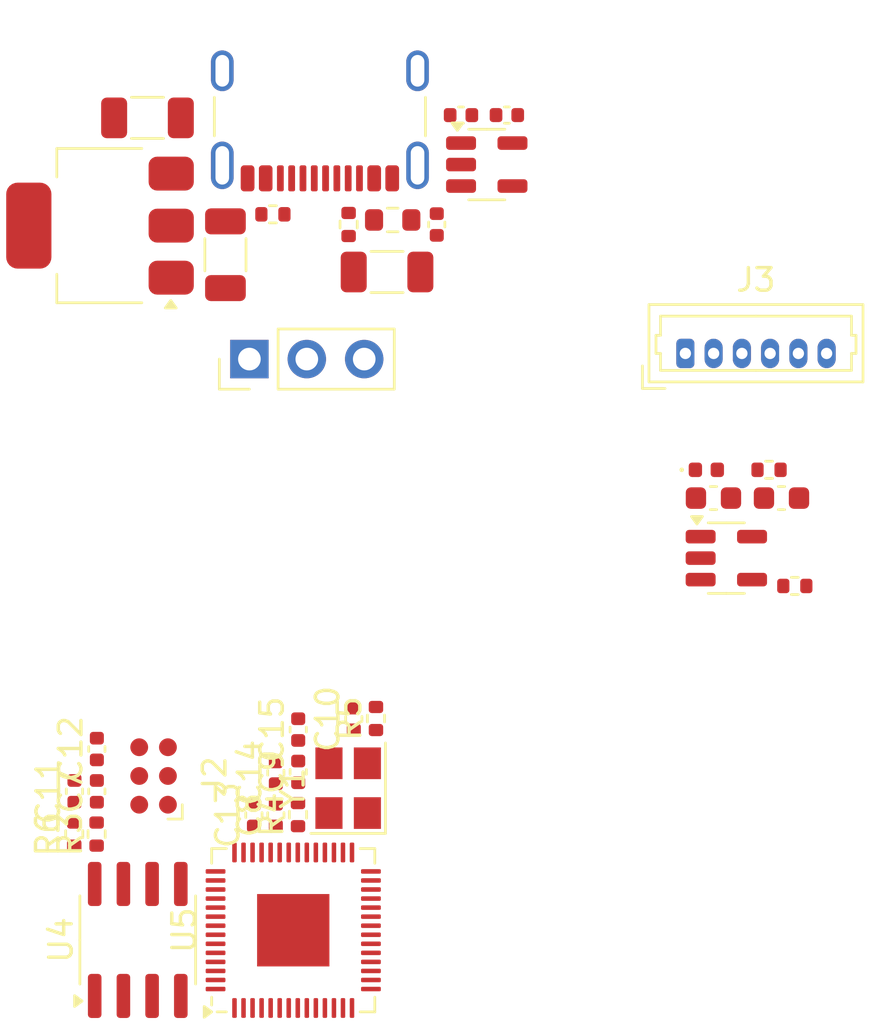
<source format=kicad_pcb>
(kicad_pcb (version 20241229) (generator "pcbnew") (generator_version "9.0")
  (layers (0 "F.Cu" signal) (2 "B.Cu" signal) (13 "F.Paste" user) (15 "B.Paste" user) (5 "F.SilkS" user "F.Silkscreen") (7 "B.SilkS" user "B.Silkscreen") (1 "F.Mask" user) (3 "B.Mask" user) (25 "Edge.Cuts" user))
  (net 0 "")
  (net 1 "probe.NC_20")
  (net 2 "probe.QSPI_SD3")
  (net 3 "probe.QSPI_SS_2")
  (net 4 "probe.usb_dm_mcu")
  (net 5 "probe.QSPI_SD3_3")
  (net 6 "probe.NC_31")
  (net 7 "probe.NC_17")
  (net 8 "charger.LED_A")
  (net 9 "probe.NC")
  (net 10 "probe.NC_27")
  (net 11 "probe.NC_2")
  (net 12 "probe.VREG_VOUT")
  (net 13 "probe.XOUT")
  (net 14 "probe.NC_12")
  (net 15 "probe.QSPI_SD2")
  (net 16 "usb.CC2")
  (net 17 "charger.CHG_STAT")
  (net 18 "probe.NC_11")
  (net 19 "probe.QSPI_SD2_3")
  (net 20 "probe.QSPI_SD2_2")
  (net 21 "probe.QSPI_SD0")
  (net 22 "probe.NC_23")
  (net 23 "probe.NC_7")
  (net 24 "probe.NC_26")
  (net 25 "probe.NC_29")
  (net 26 "probe.NC_8")
  (net 27 "probe.NC_28")
  (net 28 "probe.NC_10")
  (net 29 "probe.NC_18")
  (net 30 "probe.NC_15")
  (net 31 "probe.XIN")
  (net 32 "probe.NC_6")
  (net 33 "probe.NC_14")
  (net 34 "probe.NC_16")
  (net 35 "probe.NC_25")
  (net 36 "usb.CC1")
  (net 37 "probe.NC_4")
  (net 38 "probe.ADC_AVDD")
  (net 39 "probe.NC_5")
  (net 40 "probe.QSPI_SCLK_2")
  (net 41 "probe.QSPI_SD0_2")
  (net 42 "probe.QSPI_SD1")
  (net 43 "probe.NC_3")
  (net 44 "probe.usb_dp_mcu")
  (net 45 "probe.QSPI_SCLK")
  (net 46 "probe.NC_9")
  (net 47 "usb.VBUS_RAW")
  (net 48 "probe.NC_30")
  (net 49 "probe.QSPI_SD1_2")
  (net 50 "probe.NC_22")
  (net 51 "probe.NC_24")
  (net 52 "probe.NC_21")
  (net 53 "probe.QSPI_SS")
  (net 54 "probe.QSPI_SD3_2")
  (net 55 "usb.NC")
  (net 56 "usb.NC_2")
  (net 57 "probe.NC_13")
  (net 58 "probe.NC_19")
  (net 59 "charger.ISET")
  (net 60 "ldo1v8.NC")
  (net 61 "vbatt")
  (net 62 "vbus_5v")
  (net 63 "probe_swclk")
  (net 64 "usb_dm")
  (net 65 "vdd_1v8")
  (net 66 "vdd_3v3")
  (net 67 "wlc_txn")
  (net 68 "probe_swdio")
  (net 69 "usb_dp")
  (net 70 "wlc_vrect")
  (net 71 "probe_nreset")
  (net 72 "wlc_comm")
  (net 73 "wlc_txp")
  (net 74 "gnd")
  (footprint "QFN-56-1EP_7x7mm_P0.4mm_EP3.2x3.2mm:QFN-56-1EP_7x7mm_P0.4mm_EP3.2x3.2mm" (layer "F.Cu") (at 147.5 119.55 90)
    (property "Reference" "U5" (at 0 -4.83 90) (layer "F.SilkS"))
    (property "Value" "RP2040" (hide yes))
    (fp_line (start 3.61 -3.61) (end 3.61 -2.96) (stroke (width 0.12)) (layer "F.SilkS"))
    (fp_line (start 2.96 -3.61) (end 3.61 -3.61) (stroke (width 0.12)) (layer "F.SilkS"))
    (fp_line (start -2.96 -3.61) (end -3.31 -3.61) (stroke (width 0.12)) (layer "F.SilkS"))
    (fp_line (start -3.61 -2.96) (end -3.61 -3.37) (stroke (width 0.12)) (layer "F.SilkS"))
    (fp_line (start 3.61 3.61) (end 3.61 2.96) (stroke (width 0.12)) (layer "F.SilkS"))
    (fp_line (start 2.96 3.61) (end 3.61 3.61) (stroke (width 0.12)) (layer "F.SilkS"))
    (fp_line (start -2.96 3.61) (end -3.61 3.61) (stroke (width 0.12)) (layer "F.SilkS"))
    (fp_line (start -3.61 3.61) (end -3.61 2.96) (stroke (width 0.12)) (layer "F.SilkS"))
    (fp_poly (pts (xy -3.61 -3.61) (xy -3.85 -3.94) (xy -3.37 -3.94) (xy -3.61 -3.61)) (stroke (width 0.12)) (fill yes) (layer "F.SilkS"))
    (pad "1" smd roundrect (at -3.4375 -2.6 90) (size 0.875 0.2) (layers "F.Cu" "F.Mask" "F.Paste") (net 65 "vdd_1v8"))
    (pad "2" smd roundrect (at -3.4375 -2.2 90) (size 0.875 0.2) (layers "F.Cu" "F.Mask" "F.Paste") (net 43 "probe.NC_3"))
    (pad "3" smd roundrect (at -3.4375 -1.8 90) (size 0.875 0.2) (layers "F.Cu" "F.Mask" "F.Paste") (net 37 "probe.NC_4"))
    (pad "4" smd roundrect (at -3.4375 -1.4 90) (size 0.875 0.2) (layers "F.Cu" "F.Mask" "F.Paste") (net 68 "probe_swdio"))
    (pad "5" smd roundrect (at -3.4375 -1 90) (size 0.875 0.2) (layers "F.Cu" "F.Mask" "F.Paste") (net 63 "probe_swclk"))
    (pad "6" smd roundrect (at -3.4375 -0.6 90) (size 0.875 0.2) (layers "F.Cu" "F.Mask" "F.Paste") (net 39 "probe.NC_5"))
    (pad "7" smd roundrect (at -3.4375 -0.2 90) (size 0.875 0.2) (layers "F.Cu" "F.Mask" "F.Paste") (net 32 "probe.NC_6"))
    (pad "8" smd roundrect (at -3.4375 0.2 90) (size 0.875 0.2) (layers "F.Cu" "F.Mask" "F.Paste") (net 23 "probe.NC_7"))
    (pad "9" smd roundrect (at -3.4375 0.6 90) (size 0.875 0.2) (layers "F.Cu" "F.Mask" "F.Paste") (net 26 "probe.NC_8"))
    (pad "10" smd roundrect (at -3.4375 1 90) (size 0.875 0.2) (layers "F.Cu" "F.Mask" "F.Paste") (net 65 "vdd_1v8"))
    (pad "11" smd roundrect (at -3.4375 1.4 90) (size 0.875 0.2) (layers "F.Cu" "F.Mask" "F.Paste") (net 46 "probe.NC_9"))
    (pad "12" smd roundrect (at -3.4375 1.8 90) (size 0.875 0.2) (layers "F.Cu" "F.Mask" "F.Paste") (net 28 "probe.NC_10"))
    (pad "13" smd roundrect (at -3.4375 2.2 90) (size 0.875 0.2) (layers "F.Cu" "F.Mask" "F.Paste") (net 18 "probe.NC_11"))
    (pad "14" smd roundrect (at -3.4375 2.6 90) (size 0.875 0.2) (layers "F.Cu" "F.Mask" "F.Paste") (net 14 "probe.NC_12"))
    (pad "15" smd roundrect (at -2.6 3.4375 90) (size 0.2 0.875) (layers "F.Cu" "F.Mask" "F.Paste") (net 57 "probe.NC_13"))
    (pad "16" smd roundrect (at -2.2 3.4375 90) (size 0.2 0.875) (layers "F.Cu" "F.Mask" "F.Paste") (net 33 "probe.NC_14"))
    (pad "17" smd roundrect (at -1.8 3.4375 90) (size 0.2 0.875) (layers "F.Cu" "F.Mask" "F.Paste") (net 30 "probe.NC_15"))
    (pad "18" smd roundrect (at -1.4 3.4375 90) (size 0.2 0.875) (layers "F.Cu" "F.Mask" "F.Paste") (net 34 "probe.NC_16"))
    (pad "19" smd roundrect (at -1 3.4375 90) (size 0.2 0.875) (layers "F.Cu" "F.Mask" "F.Paste") (net 74 "gnd"))
    (pad "20" smd roundrect (at -0.6 3.4375 90) (size 0.2 0.875) (layers "F.Cu" "F.Mask" "F.Paste") (net 31 "probe.XIN"))
    (pad "21" smd roundrect (at -0.2 3.4375 90) (size 0.2 0.875) (layers "F.Cu" "F.Mask" "F.Paste") (net 13 "probe.XOUT"))
    (pad "22" smd roundrect (at 0.2 3.4375 90) (size 0.2 0.875) (layers "F.Cu" "F.Mask" "F.Paste") (net 65 "vdd_1v8"))
    (pad "23" smd roundrect (at 0.6 3.4375 90) (size 0.2 0.875) (layers "F.Cu" "F.Mask" "F.Paste") (net 12 "probe.VREG_VOUT"))
    (pad "24" smd roundrect (at 1 3.4375 90) (size 0.2 0.875) (layers "F.Cu" "F.Mask" "F.Paste") (net 9 "probe.NC"))
    (pad "25" smd roundrect (at 1.4 3.4375 90) (size 0.2 0.875) (layers "F.Cu" "F.Mask" "F.Paste") (net 11 "probe.NC_2"))
    (pad "26" smd roundrect (at 1.8 3.4375 90) (size 0.2 0.875) (layers "F.Cu" "F.Mask" "F.Paste") (net 71 "probe_nreset"))
    (pad "27" smd roundrect (at 2.2 3.4375 90) (size 0.2 0.875) (layers "F.Cu" "F.Mask" "F.Paste") (net 7 "probe.NC_17"))
    (pad "28" smd roundrect (at 2.6 3.4375 90) (size 0.2 0.875) (layers "F.Cu" "F.Mask" "F.Paste") (net 29 "probe.NC_18"))
    (pad "29" smd roundrect (at 3.4375 2.6 90) (size 0.875 0.2) (layers "F.Cu" "F.Mask" "F.Paste") (net 58 "probe.NC_19"))
    (pad "30" smd roundrect (at 3.4375 2.2 90) (size 0.875 0.2) (layers "F.Cu" "F.Mask" "F.Paste") (net 1 "probe.NC_20"))
    (pad "31" smd roundrect (at 3.4375 1.8 90) (size 0.875 0.2) (layers "F.Cu" "F.Mask" "F.Paste") (net 52 "probe.NC_21"))
    (pad "32" smd roundrect (at 3.4375 1.4 90) (size 0.875 0.2) (layers "F.Cu" "F.Mask" "F.Paste") (net 50 "probe.NC_22"))
    (pad "33" smd roundrect (at 3.4375 1 90) (size 0.875 0.2) (layers "F.Cu" "F.Mask" "F.Paste") (net 65 "vdd_1v8"))
    (pad "34" smd roundrect (at 3.4375 0.6 90) (size 0.875 0.2) (layers "F.Cu" "F.Mask" "F.Paste") (net 22 "probe.NC_23"))
    (pad "35" smd roundrect (at 3.4375 0.2 90) (size 0.875 0.2) (layers "F.Cu" "F.Mask" "F.Paste") (net 51 "probe.NC_24"))
    (pad "36" smd roundrect (at 3.4375 -0.2 90) (size 0.875 0.2) (layers "F.Cu" "F.Mask" "F.Paste") (net 35 "probe.NC_25"))
    (pad "37" smd roundrect (at 3.4375 -0.6 90) (size 0.875 0.2) (layers "F.Cu" "F.Mask" "F.Paste") (net 24 "probe.NC_26"))
    (pad "38" smd roundrect (at 3.4375 -1 90) (size 0.875 0.2) (layers "F.Cu" "F.Mask" "F.Paste") (net 10 "probe.NC_27"))
    (pad "39" smd roundrect (at 3.4375 -1.4 90) (size 0.875 0.2) (layers "F.Cu" "F.Mask" "F.Paste") (net 27 "probe.NC_28"))
    (pad "40" smd roundrect (at 3.4375 -1.8 90) (size 0.875 0.2) (layers "F.Cu" "F.Mask" "F.Paste") (net 25 "probe.NC_29"))
    (pad "41" smd roundrect (at 3.4375 -2.2 90) (size 0.875 0.2) (layers "F.Cu" "F.Mask" "F.Paste") (net 48 "probe.NC_30"))
    (pad "42" smd roundrect (at 3.4375 -2.6 90) (size 0.875 0.2) (layers "F.Cu" "F.Mask" "F.Paste") (net 65 "vdd_1v8"))
    (pad "43" smd roundrect (at 2.6 -3.4375 90) (size 0.2 0.875) (layers "F.Cu" "F.Mask" "F.Paste") (net 38 "probe.ADC_AVDD"))
    (pad "44" smd roundrect (at 2.2 -3.4375 90) (size 0.2 0.875) (layers "F.Cu" "F.Mask" "F.Paste") (net 65 "vdd_1v8"))
    (pad "45" smd roundrect (at 1.8 -3.4375 90) (size 0.2 0.875) (layers "F.Cu" "F.Mask" "F.Paste") (net 12 "probe.VREG_VOUT"))
    (pad "46" smd roundrect (at 1.4 -3.4375 90) (size 0.2 0.875) (layers "F.Cu" "F.Mask" "F.Paste") (net 4 "probe.usb_dm_mcu"))
    (pad "47" smd roundrect (at 1 -3.4375 90) (size 0.2 0.875) (layers "F.Cu" "F.Mask" "F.Paste") (net 44 "probe.usb_dp_mcu"))
    (pad "48" smd roundrect (at 0.6 -3.4375 90) (size 0.2 0.875) (layers "F.Cu" "F.Mask" "F.Paste") (net 66 "vdd_3v3"))
    (pad "49" smd roundrect (at 0.2 -3.4375 90) (size 0.2 0.875) (layers "F.Cu" "F.Mask" "F.Paste") (net 65 "vdd_1v8"))
    (pad "50" smd roundrect (at -0.2 -3.4375 90) (size 0.2 0.875) (layers "F.Cu" "F.Mask" "F.Paste") (net 12 "probe.VREG_VOUT"))
    (pad "51" smd roundrect (at -0.6 -3.4375 90) (size 0.2 0.875) (layers "F.Cu" "F.Mask" "F.Paste") (net 2 "probe.QSPI_SD3"))
    (pad "52" smd roundrect (at -1 -3.4375 90) (size 0.2 0.875) (layers "F.Cu" "F.Mask" "F.Paste") (net 45 "probe.QSPI_SCLK"))
    (pad "53" smd roundrect (at -1.4 -3.4375 90) (size 0.2 0.875) (layers "F.Cu" "F.Mask" "F.Paste") (net 21 "probe.QSPI_SD0"))
    (pad "54" smd roundrect (at -1.8 -3.4375 90) (size 0.2 0.875) (layers "F.Cu" "F.Mask" "F.Paste") (net 15 "probe.QSPI_SD2"))
    (pad "55" smd roundrect (at -2.2 -3.4375 90) (size 0.2 0.875) (layers "F.Cu" "F.Mask" "F.Paste") (net 42 "probe.QSPI_SD1"))
    (pad "56" smd roundrect (at -2.6 -3.4375 90) (size 0.2 0.875) (layers "F.Cu" "F.Mask" "F.Paste") (net 53 "probe.QSPI_SS"))
    (pad "57" smd rect (at 0 0 90) (size 3.2 3.2) (property pad_prop_heatsink) (layers "F.Cu" "F.Mask") (net 74 "gnd"))
  )
  (footprint "C_0402_1005Metric:C_0402_1005Metric" (layer "F.Cu") (at 156.9525 83.5125 180)
    (property "Reference" "C4" (hide yes))
    (property "Value" "1uF 6.3V" (hide yes))
    (fp_line (start -0.107836 0.36) (end 0.107836 0.36) (stroke (width 0.12)) (layer "F.SilkS"))
    (fp_line (start -0.107836 -0.36) (end 0.107836 -0.36) (stroke (width 0.12)) (layer "F.SilkS"))
    (pad "1" smd roundrect (at -0.48 0 180) (size 0.56 0.62) (layers "F.Cu" "F.Mask" "F.Paste") (net 65 "vdd_1v8"))
    (pad "2" smd roundrect (at 0.48 0 180) (size 0.56 0.62) (layers "F.Cu" "F.Mask" "F.Paste") (net 74 "gnd"))
  )
  (footprint "R_0402_1005Metric:R_0402_1005Metric" (layer "F.Cu") (at 146.6 87.9 180)
    (property "Reference" "R8" (hide yes))
    (property "Value" "5.1k 1%" (hide yes))
    (fp_line (start -0.153641 0.38) (end 0.153641 0.38) (stroke (width 0.12)) (layer "F.SilkS"))
    (fp_line (start -0.153641 -0.38) (end 0.153641 -0.38) (stroke (width 0.12)) (layer "F.SilkS"))
    (pad "1" smd roundrect (at -0.51 0 180) (size 0.54 0.64) (layers "F.Cu" "F.Mask" "F.Paste") (net 16 "usb.CC2"))
    (pad "2" smd roundrect (at 0.51 0 180) (size 0.54 0.64) (layers "F.Cu" "F.Mask" "F.Paste") (net 74 "gnd"))
  )
  (footprint "C_0402_1005Metric:C_0402_1005Metric" (layer "F.Cu") (at 146.73 114.46 90)
    (property "Reference" "C8" (at 0 -1.16 90) (layer "F.SilkS"))
    (property "Value" "1uF 10V" (hide yes))
    (fp_line (start -0.107836 -0.36) (end 0.107836 -0.36) (stroke (width 0.12)) (layer "F.SilkS"))
    (fp_line (start -0.107836 0.36) (end 0.107836 0.36) (stroke (width 0.12)) (layer "F.SilkS"))
    (pad "1" smd roundrect (at -0.48 0 90) (size 0.56 0.62) (layers "F.Cu" "F.Mask" "F.Paste") (net 38 "probe.ADC_AVDD"))
    (pad "2" smd roundrect (at 0.48 0 90) (size 0.56 0.62) (layers "F.Cu" "F.Mask" "F.Paste") (net 74 "gnd"))
  )
  (footprint "C_0402_1005Metric:C_0402_1005Metric" (layer "F.Cu") (at 145.76 114.46 90)
    (property "Reference" "C13" (at 0 -1.16 90) (layer "F.SilkS"))
    (property "Value" "1uF 10V" (hide yes))
    (fp_line (start -0.107836 -0.36) (end 0.107836 -0.36) (stroke (width 0.12)) (layer "F.SilkS"))
    (fp_line (start -0.107836 0.36) (end 0.107836 0.36) (stroke (width 0.12)) (layer "F.SilkS"))
    (pad "1" smd roundrect (at -0.48 0 90) (size 0.56 0.62) (layers "F.Cu" "F.Mask" "F.Paste") (net 12 "probe.VREG_VOUT"))
    (pad "2" smd roundrect (at 0.48 0 90) (size 0.56 0.62) (layers "F.Cu" "F.Mask" "F.Paste") (net 74 "gnd"))
  )
  (footprint "LED_0402_1005Metric:LED_0402_1005Metric" (layer "F.Cu") (at 165.7775 99.195)
    (property "Reference" "D1" (hide yes))
    (property "Value" "LED RED" (hide yes))
    (fp_circle (center -1.09 0) (end -1.04 0) (stroke (width 0.1)) (fill no) (layer "F.SilkS"))
    (pad "1" smd roundrect (at -0.485 0) (size 0.59 0.64) (layers "F.Cu" "F.Mask" "F.Paste") (net 74 "gnd"))
    (pad "2" smd roundrect (at 0.485 0) (size 0.59 0.64) (layers "F.Cu" "F.Mask" "F.Paste") (net 8 "charger.LED_A"))
  )
  (footprint "USB_C_Receptacle_GCT_USB4105-xx-A_16P_TopMnt_Horizontal:USB_C_Receptacle_GCT_USB4105-xx-A_16P_TopMnt_Horizontal" (layer "F.Cu") (at 148.68 82.63 180)
    (property "Reference" "U6" (hide yes))
    (property "Value" "?" (hide yes))
    (fp_line (start 4.67 -0.1) (end 4.67 -1.8) (stroke (width 0.12)) (layer "F.SilkS"))
    (fp_line (start -4.67 -0.1) (end -4.67 -1.8) (stroke (width 0.12)) (layer "F.SilkS"))
    (pad "" np_thru_hole circle (at -2.89 -2.605 180) (size 0.65 0.65) (drill 0.65) (layers "*.Cu" "*.Mask"))
    (pad "" np_thru_hole circle (at 2.89 -2.605 180) (size 0.65 0.65) (drill 0.65) (layers "*.Cu" "*.Mask"))
    (pad "A1" smd roundrect (at -3.2 -3.68 180) (size 0.6 1.15) (layers "F.Cu" "F.Mask" "F.Paste") (net 74 "gnd"))
    (pad "A4" smd roundrect (at -2.4 -3.68 180) (size 0.6 1.15) (layers "F.Cu" "F.Mask" "F.Paste") (net 47 "usb.VBUS_RAW"))
    (pad "A5" smd roundrect (at -1.25 -3.68 180) (size 0.3 1.15) (layers "F.Cu" "F.Mask" "F.Paste") (net 36 "usb.CC1"))
    (pad "A6" smd roundrect (at -0.25 -3.68 180) (size 0.3 1.15) (layers "F.Cu" "F.Mask" "F.Paste") (net 69 "usb_dp"))
    (pad "A7" smd roundrect (at 0.25 -3.68 180) (size 0.3 1.15) (layers "F.Cu" "F.Mask" "F.Paste") (net 64 "usb_dm"))
    (pad "A8" smd roundrect (at 1.25 -3.68 180) (size 0.3 1.15) (layers "F.Cu" "F.Mask" "F.Paste") (net 55 "usb.NC"))
    (pad "A9" smd roundrect (at 2.4 -3.68 180) (size 0.6 1.15) (layers "F.Cu" "F.Mask" "F.Paste") (net 47 "usb.VBUS_RAW"))
    (pad "A12" smd roundrect (at 3.2 -3.68 180) (size 0.6 1.15) (layers "F.Cu" "F.Mask" "F.Paste") (net 74 "gnd"))
    (pad "B1" smd roundrect (at 3.2 -3.68 180) (size 0.6 1.15) (layers "F.Cu" "F.Mask" "F.Paste") (net 74 "gnd"))
    (pad "B4" smd roundrect (at 2.4 -3.68 180) (size 0.6 1.15) (layers "F.Cu" "F.Mask" "F.Paste") (net 47 "usb.VBUS_RAW"))
    (pad "B5" smd roundrect (at 1.75 -3.68 180) (size 0.3 1.15) (layers "F.Cu" "F.Mask" "F.Paste") (net 16 "usb.CC2"))
    (pad "B6" smd roundrect (at 0.75 -3.68 180) (size 0.3 1.15) (layers "F.Cu" "F.Mask" "F.Paste") (net 69 "usb_dp"))
    (pad "B7" smd roundrect (at -0.75 -3.68 180) (size 0.3 1.15) (layers "F.Cu" "F.Mask" "F.Paste") (net 64 "usb_dm"))
    (pad "B8" smd roundrect (at -1.75 -3.68 180) (size 0.3 1.15) (layers "F.Cu" "F.Mask" "F.Paste") (net 56 "usb.NC_2"))
    (pad "B9" smd roundrect (at -2.4 -3.68 180) (size 0.6 1.15) (layers "F.Cu" "F.Mask" "F.Paste") (net 47 "usb.VBUS_RAW"))
    (pad "B12" smd roundrect (at -3.2 -3.68 180) (size 0.6 1.15) (layers "F.Cu" "F.Mask" "F.Paste") (net 74 "gnd"))
    (pad "S1" thru_hole oval (at -4.32 -3.105 180) (size 1 2.1) (drill oval 0.6 1.7) (property pad_prop_heatsink) (layers "*.Cu" "*.Mask" "F.Paste") (net 74 "gnd"))
    (pad "S1" thru_hole oval (at -4.32 1.075 180) (size 1 1.8) (drill oval 0.6 1.4) (property pad_prop_heatsink) (layers "*.Cu" "*.Mask" "F.Paste") (net 74 "gnd"))
    (pad "S1" thru_hole oval (at 4.32 -3.105 180) (size 1 2.1) (drill oval 0.6 1.7) (property pad_prop_heatsink) (layers "*.Cu" "*.Mask" "F.Paste") (net 74 "gnd"))
    (pad "S1" thru_hole oval (at 4.32 1.075 180) (size 1 1.8) (drill oval 0.6 1.4) (property pad_prop_heatsink) (layers "*.Cu" "*.Mask" "F.Paste") (net 74 "gnd"))
  )
  (footprint "R_0402_1005Metric:R_0402_1005Metric" (layer "F.Cu") (at 147.71 114.44 90)
    (property "Reference" "R4" (at 0 -1.17 90) (layer "F.SilkS"))
    (property "Value" "27" (hide yes))
    (fp_line (start -0.153641 -0.38) (end 0.153641 -0.38) (stroke (width 0.12)) (layer "F.SilkS"))
    (fp_line (start -0.153641 0.38) (end 0.153641 0.38) (stroke (width 0.12)) (layer "F.SilkS"))
    (pad "1" smd roundrect (at -0.51 0 90) (size 0.54 0.64) (layers "F.Cu" "F.Mask" "F.Paste") (net 4 "probe.usb_dm_mcu"))
    (pad "2" smd roundrect (at 0.51 0 90) (size 0.54 0.64) (layers "F.Cu" "F.Mask" "F.Paste") (net 64 "usb_dm"))
  )
  (footprint "R_0402_1005Metric:R_0402_1005Metric" (layer "F.Cu") (at 149.95 88.35 -90)
    (property "Reference" "R7" (hide yes))
    (property "Value" "5.1k 1%" (hide yes))
    (fp_line (start -0.153641 0.38) (end 0.153641 0.38) (stroke (width 0.12)) (layer "F.SilkS"))
    (fp_line (start -0.153641 -0.38) (end 0.153641 -0.38) (stroke (width 0.12)) (layer "F.SilkS"))
    (pad "1" smd roundrect (at -0.51 0 270) (size 0.54 0.64) (layers "F.Cu" "F.Mask" "F.Paste") (net 36 "usb.CC1"))
    (pad "2" smd roundrect (at 0.51 0 270) (size 0.54 0.64) (layers "F.Cu" "F.Mask" "F.Paste") (net 74 "gnd"))
  )
  (footprint "SOT-223:SOT-223" (layer "F.Cu") (at 138.95 88.4 180)
    (property "Reference" "U3" (hide yes))
    (property "Value" "AMS1117-3.3" (hide yes))
    (fp_line (start 1.91 3.41) (end 1.91 2.15) (stroke (width 0.12)) (layer "F.SilkS"))
    (fp_line (start 1.91 -3.41) (end 1.91 -2.15) (stroke (width 0.12)) (layer "F.SilkS"))
    (fp_line (start -1.85 3.41) (end 1.91 3.41) (stroke (width 0.12)) (layer "F.SilkS"))
    (fp_line (start -1.85 -3.41) (end 1.91 -3.41) (stroke (width 0.12)) (layer "F.SilkS"))
    (fp_poly (pts (xy -3.13 -3.31) (xy -3.37 -3.64) (xy -2.89 -3.64) (xy -3.13 -3.31)) (stroke (width 0.12)) (fill yes) (layer "F.SilkS"))
    (pad "1" smd roundrect (at -3.15 -2.3 180) (size 2 1.5) (layers "F.Cu" "F.Mask" "F.Paste") (net 74 "gnd"))
    (pad "2" smd roundrect (at -3.15 0 180) (size 2 1.5) (layers "F.Cu" "F.Mask" "F.Paste") (net 66 "vdd_3v3"))
    (pad "3" smd roundrect (at -3.15 2.3 180) (size 2 1.5) (layers "F.Cu" "F.Mask" "F.Paste") (net 62 "vbus_5v"))
    (pad "4" smd roundrect (at 3.15 0 180) (size 2 3.8) (layers "F.Cu" "F.Mask" "F.Paste"))
  )
  (footprint "C_1206_3216Metric:C_1206_3216Metric" (layer "F.Cu") (at 141.05 83.636749 180)
    (property "Reference" "C5" (hide yes))
    (property "Value" "10uF 16V" (hide yes))
    (fp_line (start -0.711252 0.91) (end 0.711252 0.91) (stroke (width 0.12)) (layer "F.SilkS"))
    (fp_line (start -0.711252 -0.91) (end 0.711252 -0.91) (stroke (width 0.12)) (layer "F.SilkS"))
    (pad "1" smd roundrect (at -1.475 0 180) (size 1.15 1.8) (layers "F.Cu" "F.Mask" "F.Paste") (roundrect_rratio 0.217391) (net 62 "vbus_5v"))
    (pad "2" smd roundrect (at 1.475 0 180) (size 1.15 1.8) (layers "F.Cu" "F.Mask" "F.Paste") (roundrect_rratio 0.217391) (net 74 "gnd"))
  )
  (footprint "C_0402_1005Metric:C_0402_1005Metric" (layer "F.Cu") (at 137.82 113.41 90)
    (property "Reference" "C11" (at 0 -1.16 90) (layer "F.SilkS"))
    (property "Value" "100nF 10V" (hide yes))
    (fp_line (start -0.107836 -0.36) (end 0.107836 -0.36) (stroke (width 0.12)) (layer "F.SilkS"))
    (fp_line (start -0.107836 0.36) (end 0.107836 0.36) (stroke (width 0.12)) (layer "F.SilkS"))
    (pad "1" smd roundrect (at -0.48 0 90) (size 0.56 0.62) (layers "F.Cu" "F.Mask" "F.Paste") (net 66 "vdd_3v3"))
    (pad "2" smd roundrect (at 0.48 0 90) (size 0.56 0.62) (layers "F.Cu" "F.Mask" "F.Paste") (net 74 "gnd"))
  )
  (footprint "R_0402_1005Metric:R_0402_1005Metric" (layer "F.Cu") (at 138.8 115.3 90)
    (property "Reference" "R3" (at 0 -1.17 90) (layer "F.SilkS"))
    (property "Value" "10k" (hide yes))
    (fp_line (start -0.153641 -0.38) (end 0.153641 -0.38) (stroke (width 0.12)) (layer "F.SilkS"))
    (fp_line (start -0.153641 0.38) (end 0.153641 0.38) (stroke (width 0.12)) (layer "F.SilkS"))
    (pad "1" smd roundrect (at -0.51 0 90) (size 0.54 0.64) (layers "F.Cu" "F.Mask" "F.Paste") (net 5 "probe.QSPI_SD3_3"))
    (pad "2" smd roundrect (at 0.51 0 90) (size 0.54 0.64) (layers "F.Cu" "F.Mask" "F.Paste") (net 65 "vdd_1v8"))
  )
  (footprint "C_0402_1005Metric:C_0402_1005Metric" (layer "F.Cu") (at 153.85 88.35 90)
    (property "Reference" "C17" (hide yes))
    (property "Value" "100nF 16V" (hide yes))
    (fp_line (start -0.107836 -0.36) (end 0.107836 -0.36) (stroke (width 0.12)) (layer "F.SilkS"))
    (fp_line (start -0.107836 0.36) (end 0.107836 0.36) (stroke (width 0.12)) (layer "F.SilkS"))
    (pad "1" smd roundrect (at -0.48 0 90) (size 0.56 0.62) (layers "F.Cu" "F.Mask" "F.Paste") (net 62 "vbus_5v"))
    (pad "2" smd roundrect (at 0.48 0 90) (size 0.56 0.62) (layers "F.Cu" "F.Mask" "F.Paste") (net 74 "gnd"))
  )
  (footprint "C_0603_1608Metric:C_0603_1608Metric" (layer "F.Cu") (at 169.1025 100.445)
    (property "Reference" "C2" (hide yes))
    (property "Value" "4.7uF 10V" (hide yes))
    (fp_line (start -0.14058 -0.51) (end 0.14058 -0.51) (stroke (width 0.12)) (layer "F.SilkS"))
    (fp_line (start -0.14058 0.51) (end 0.14058 0.51) (stroke (width 0.12)) (layer "F.SilkS"))
    (pad "1" smd roundrect (at -0.775 0) (size 0.9 0.95) (layers "F.Cu" "F.Mask" "F.Paste") (net 62 "vbus_5v"))
    (pad "2" smd roundrect (at 0.775 0) (size 0.9 0.95) (layers "F.Cu" "F.Mask" "F.Paste") (net 74 "gnd"))
  )
  (footprint "C_0402_1005Metric:C_0402_1005Metric" (layer "F.Cu") (at 147.72 112.55 90)
    (property "Reference" "C9" (at 0 -1.16 90) (layer "F.SilkS"))
    (property "Value" "100nF 6.3V" (hide yes))
    (fp_line (start -0.107836 -0.36) (end 0.107836 -0.36) (stroke (width 0.12)) (layer "F.SilkS"))
    (fp_line (start -0.107836 0.36) (end 0.107836 0.36) (stroke (width 0.12)) (layer "F.SilkS"))
    (pad "1" smd roundrect (at -0.48 0 90) (size 0.56 0.62) (layers "F.Cu" "F.Mask" "F.Paste") (net 65 "vdd_1v8"))
    (pad "2" smd roundrect (at 0.48 0 90) (size 0.56 0.62) (layers "F.Cu" "F.Mask" "F.Paste") (net 74 "gnd"))
  )
  (footprint "Crystal_SMD_3225-4Pin_3.2x2.5mm:Crystal_SMD_3225-4Pin_3.2x2.5mm" (layer "F.Cu") (at 149.93 113.27 90)
    (property "Reference" "Y1" (at 0 -2.45 90) (layer "F.SilkS"))
    (property "Value" "12MHz 10pF" (hide yes))
    (fp_line (start -2 -1.65) (end -2 1.65) (stroke (width 0.12)) (layer "F.SilkS"))
    (fp_line (start -2 1.65) (end 2 1.65) (stroke (width 0.12)) (layer "F.SilkS"))
    (pad "1" smd rect (at -1.1 0.85 90) (size 1.4 1.2) (layers "F.Cu" "F.Mask" "F.Paste") (net 31 "probe.XIN"))
    (pad "2" smd rect (at 1.1 0.85 90) (size 1.4 1.2) (layers "F.Cu" "F.Mask" "F.Paste") (net 74 "gnd"))
    (pad "3" smd rect (at 1.1 -0.85 90) (size 1.4 1.2) (layers "F.Cu" "F.Mask" "F.Paste") (net 13 "probe.XOUT"))
    (pad "4" smd rect (at -1.1 -0.85 90) (size 1.4 1.2) (layers "F.Cu" "F.Mask" "F.Paste") (net 74 "gnd"))
  )
  (footprint "Tag-Connect_TC2030-IDC-NL_2x03_P1.27mm_Vertical:Tag-Connect_TC2030-IDC-NL_2x03_P1.27mm_Vertical" (layer "F.Cu") (at 141.32 112.73 90)
    (property "Reference" "J2" (at 0 2.7 90) (layer "F.SilkS"))
    (property "Value" "?" (hide yes))
    (fp_line (start -1.27 1.27) (end -1.905 1.27) (stroke (width 0.12)) (layer "F.SilkS"))
    (fp_line (start -1.905 1.27) (end -1.905 0.635) (stroke (width 0.12)) (layer "F.SilkS"))
    (pad "" np_thru_hole circle (at -2.54 0 90) (size 0.9906 0.9906) (drill 0.9906) (layers "*.Cu" "*.Mask"))
    (pad "" np_thru_hole circle (at 2.54 -1.016 90) (size 0.9906 0.9906) (drill 0.9906) (layers "*.Cu" "*.Mask"))
    (pad "" np_thru_hole circle (at 2.54 1.016 90) (size 0.9906 0.9906) (drill 0.9906) (layers "*.Cu" "*.Mask"))
    (pad "1" connect circle (at -1.27 0.635 90) (size 0.7874 0.7874) (layers "F.Cu" "F.Mask") (net 65 "vdd_1v8"))
    (pad "2" connect circle (at -1.27 -0.635 90) (size 0.7874 0.7874) (layers "F.Cu" "F.Mask") (net 68 "probe_swdio"))
    (pad "3" connect circle (at 0 0.635 90) (size 0.7874 0.7874) (layers "F.Cu" "F.Mask") (net 71 "probe_nreset"))
    (pad "4" connect circle (at 0 -0.635 90) (size 0.7874 0.7874) (layers "F.Cu" "F.Mask") (net 63 "probe_swclk"))
    (pad "5" connect circle (at 1.27 0.635 90) (size 0.7874 0.7874) (layers "F.Cu" "F.Mask") (net 74 "gnd"))
    (pad "6" connect circle (at 1.27 -0.635 90) (size 0.7874 0.7874) (layers "F.Cu" "F.Mask") (net 6 "probe.NC_31"))
  )
  (footprint "C_0402_1005Metric:C_0402_1005Metric" (layer "F.Cu") (at 154.9225 83.515)
    (property "Reference" "C3" (hide yes))
    (property "Value" "1uF 10V" (hide yes))
    (fp_line (start -0.107836 -0.36) (end 0.107836 -0.36) (stroke (width 0.12)) (layer "F.SilkS"))
    (fp_line (start -0.107836 0.36) (end 0.107836 0.36) (stroke (width 0.12)) (layer "F.SilkS"))
    (pad "1" smd roundrect (at -0.48 0) (size 0.56 0.62) (layers "F.Cu" "F.Mask" "F.Paste") (net 62 "vbus_5v"))
    (pad "2" smd roundrect (at 0.48 0) (size 0.56 0.62) (layers "F.Cu" "F.Mask" "F.Paste") (net 74 "gnd"))
  )
  (footprint "SOT-23-5:SOT-23-5" (layer "F.Cu") (at 166.6625 103.1)
    (property "Reference" "U1" (hide yes))
    (property "Value" "MCP73831T-2ACI/OT" (hide yes))
    (fp_line (start 0 -1.56) (end -0.8 -1.56) (stroke (width 0.12)) (layer "F.SilkS"))
    (fp_line (start 0 -1.56) (end 0.8 -1.56) (stroke (width 0.12)) (layer "F.SilkS"))
    (fp_line (start 0 1.56) (end -0.8 1.56) (stroke (width 0.12)) (layer "F.SilkS"))
    (fp_line (start 0 1.56) (end 0.8 1.56) (stroke (width 0.12)) (layer "F.SilkS"))
    (fp_poly (pts (xy -1.3 -1.51) (xy -1.54 -1.84) (xy -1.06 -1.84) (xy -1.3 -1.51)) (stroke (width 0.12)) (fill yes) (layer "F.SilkS"))
    (pad "1" smd roundrect (at -1.1375 -0.95) (size 1.325 0.6) (layers "F.Cu" "F.Mask" "F.Paste") (net 17 "charger.CHG_STAT"))
    (pad "2" smd roundrect (at -1.1375 0) (size 1.325 0.6) (layers "F.Cu" "F.Mask" "F.Paste") (net 74 "gnd"))
    (pad "3" smd roundrect (at -1.1375 0.95) (size 1.325 0.6) (layers "F.Cu" "F.Mask" "F.Paste") (net 61 "vbatt"))
    (pad "4" smd roundrect (at 1.1375 0.95) (size 1.325 0.6) (layers "F.Cu" "F.Mask" "F.Paste") (net 62 "vbus_5v"))
    (pad "5" smd roundrect (at 1.1375 -0.95) (size 1.325 0.6) (layers "F.Cu" "F.Mask" "F.Paste") (net 59 "charger.ISET"))
  )
  (footprint "PinHeader_1x03_P2.54mm_Vertical:PinHeader_1x03_P2.54mm_Vertical" (layer "F.Cu") (at 145.56 94.3 90)
    (property "Reference" "J1" (hide yes))
    (property "Value" " " (hide yes))
    (fp_line (start -1.33 -1.33) (end 0 -1.33) (stroke (width 0.12)) (layer "F.SilkS"))
    (fp_line (start -1.33 0) (end -1.33 -1.33) (stroke (width 0.12)) (layer "F.SilkS"))
    (fp_line (start 1.33 1.27) (end 1.33 6.41) (stroke (width 0.12)) (layer "F.SilkS"))
    (fp_line (start -1.33 1.27) (end 1.33 1.27) (stroke (width 0.12)) (layer "F.SilkS"))
    (fp_line (start -1.33 1.27) (end -1.33 6.41) (stroke (width 0.12)) (layer "F.SilkS"))
    (fp_line (start -1.33 6.41) (end 1.33 6.41) (stroke (width 0.12)) (layer "F.SilkS"))
    (pad "1" thru_hole rect (at 0 0 90) (size 1.7 1.7) (drill 1) (layers "*.Cu" "*.Mask") (net 74 "gnd"))
    (pad "2" thru_hole oval (at 0 2.54 90) (size 1.7 1.7) (drill 1) (layers "*.Cu" "*.Mask") (net 61 "vbatt"))
    (pad "3" thru_hole oval (at 0 5.08 90) (size 1.7 1.7) (drill 1) (layers "*.Cu" "*.Mask") (net 74 "gnd"))
  )
  (footprint "C_1206_3216Metric:C_1206_3216Metric" (layer "F.Cu") (at 144.5 89.686749 -90)
    (property "Reference" "C6" (hide yes))
    (property "Value" "10uF 10V" (hide yes))
    (fp_line (start -0.711252 0.91) (end 0.711252 0.91) (stroke (width 0.12)) (layer "F.SilkS"))
    (fp_line (start -0.711252 -0.91) (end 0.711252 -0.91) (stroke (width 0.12)) (layer "F.SilkS"))
    (pad "1" smd roundrect (at -1.475 0 270) (size 1.15 1.8) (layers "F.Cu" "F.Mask" "F.Paste") (roundrect_rratio 0.217391) (net 66 "vdd_3v3"))
    (pad "2" smd roundrect (at 1.475 0 270) (size 1.15 1.8) (layers "F.Cu" "F.Mask" "F.Paste") (roundrect_rratio 0.217391) (net 74 "gnd"))
  )
  (footprint "R_0402_1005Metric:R_0402_1005Metric" (layer "F.Cu") (at 151.16 110.19 90)
    (property "Reference" "R5" (at 0 -1.17 90) (layer "F.SilkS"))
    (property "Value" "27" (hide yes))
    (fp_line (start -0.153641 -0.38) (end 0.153641 -0.38) (stroke (width 0.12)) (layer "F.SilkS"))
    (fp_line (start -0.153641 0.38) (end 0.153641 0.38) (stroke (width 0.12)) (layer "F.SilkS"))
    (pad "1" smd roundrect (at -0.51 0 90) (size 0.54 0.64) (layers "F.Cu" "F.Mask" "F.Paste") (net 44 "probe.usb_dp_mcu"))
    (pad "2" smd roundrect (at 0.51 0 90) (size 0.54 0.64) (layers "F.Cu" "F.Mask" "F.Paste") (net 69 "usb_dp"))
  )
  (footprint "C_1206_3216Metric:C_1206_3216Metric" (layer "F.Cu") (at 151.65 90.45 180)
    (property "Reference" "C16" (hide yes))
    (property "Value" "10uF 16V" (hide yes))
    (fp_line (start -0.711252 0.91) (end 0.711252 0.91) (stroke (width 0.12)) (layer "F.SilkS"))
    (fp_line (start -0.711252 -0.91) (end 0.711252 -0.91) (stroke (width 0.12)) (layer "F.SilkS"))
    (pad "1" smd roundrect (at -1.475 0 180) (size 1.15 1.8) (layers "F.Cu" "F.Mask" "F.Paste") (roundrect_rratio 0.217391) (net 62 "vbus_5v"))
    (pad "2" smd roundrect (at 1.475 0 180) (size 1.15 1.8) (layers "F.Cu" "F.Mask" "F.Paste") (roundrect_rratio 0.217391) (net 74 "gnd"))
  )
  (footprint "C_0402_1005Metric:C_0402_1005Metric" (layer "F.Cu") (at 146.73 112.59 90)
    (property "Reference" "C14" (at 0 -1.16 90) (layer "F.SilkS"))
    (property "Value" "10pF 50V" (hide yes))
    (fp_line (start -0.107836 -0.36) (end 0.107836 -0.36) (stroke (width 0.12)) (layer "F.SilkS"))
    (fp_line (start -0.107836 0.36) (end 0.107836 0.36) (stroke (width 0.12)) (layer "F.SilkS"))
    (pad "1" smd roundrect (at -0.48 0 90) (size 0.56 0.62) (layers "F.Cu" "F.Mask" "F.Paste") (net 31 "probe.XIN"))
    (pad "2" smd roundrect (at 0.48 0 90) (size 0.56 0.62) (layers "F.Cu" "F.Mask" "F.Paste") (net 74 "gnd"))
  )
  (footprint "C_0402_1005Metric:C_0402_1005Metric" (layer "F.Cu") (at 150.18 110.21 90)
    (property "Reference" "C10" (at 0 -1.16 90) (layer "F.SilkS"))
    (property "Value" "100nF 6.3V" (hide yes))
    (fp_line (start -0.107836 -0.36) (end 0.107836 -0.36) (stroke (width 0.12)) (layer "F.SilkS"))
    (fp_line (start -0.107836 0.36) (end 0.107836 0.36) (stroke (width 0.12)) (layer "F.SilkS"))
    (pad "1" smd roundrect (at -0.48 0 90) (size 0.56 0.62) (layers "F.Cu" "F.Mask" "F.Paste") (net 65 "vdd_1v8"))
    (pad "2" smd roundrect (at 0.48 0 90) (size 0.56 0.62) (layers "F.Cu" "F.Mask" "F.Paste") (net 74 "gnd"))
  )
  (footprint "C_0402_1005Metric:C_0402_1005Metric" (layer "F.Cu") (at 147.72 110.68 90)
    (property "Reference" "C15" (at 0 -1.16 90) (layer "F.SilkS"))
    (property "Value" "10pF 50V" (hide yes))
    (fp_line (start -0.107836 -0.36) (end 0.107836 -0.36) (stroke (width 0.12)) (layer "F.SilkS"))
    (fp_line (start -0.107836 0.36) (end 0.107836 0.36) (stroke (width 0.12)) (layer "F.SilkS"))
    (pad "1" smd roundrect (at -0.48 0 90) (size 0.56 0.62) (layers "F.Cu" "F.Mask" "F.Paste") (net 13 "probe.XOUT"))
    (pad "2" smd roundrect (at 0.48 0 90) (size 0.56 0.62) (layers "F.Cu" "F.Mask" "F.Paste") (net 74 "gnd"))
  )
  (footprint "SOT-23-5:SOT-23-5" (layer "F.Cu") (at 156.0625 85.7)
    (property "Reference" "U2" (hide yes))
    (property "Value" "AP2112K-1.8TRG1" (hide yes))
    (fp_line (start 0 -1.56) (end -0.8 -1.56) (stroke (width 0.12)) (layer "F.SilkS"))
    (fp_line (start 0 -1.56) (end 0.8 -1.56) (stroke (width 0.12)) (layer "F.SilkS"))
    (fp_line (start 0 1.56) (end -0.8 1.56) (stroke (width 0.12)) (layer "F.SilkS"))
    (fp_line (start 0 1.56) (end 0.8 1.56) (stroke (width 0.12)) (layer "F.SilkS"))
    (fp_poly (pts (xy -1.3 -1.51) (xy -1.54 -1.84) (xy -1.06 -1.84) (xy -1.3 -1.51)) (stroke (width 0.12)) (fill yes) (layer "F.SilkS"))
    (pad "1" smd roundrect (at -1.1375 -0.95) (size 1.325 0.6) (layers "F.Cu" "F.Mask" "F.Paste") (net 62 "vbus_5v"))
    (pad "2" smd roundrect (at -1.1375 0) (size 1.325 0.6) (layers "F.Cu" "F.Mask" "F.Paste") (net 74 "gnd"))
    (pad "3" smd roundrect (at -1.1375 0.95) (size 1.325 0.6) (layers "F.Cu" "F.Mask" "F.Paste") (net 62 "vbus_5v"))
    (pad "4" smd roundrect (at 1.1375 0.95) (size 1.325 0.6) (layers "F.Cu" "F.Mask" "F.Paste") (net 60 "ldo1v8.NC"))
    (pad "5" smd roundrect (at 1.1375 -0.95) (size 1.325 0.6) (layers "F.Cu" "F.Mask" "F.Paste") (net 65 "vdd_1v8"))
  )
  (footprint "R_0402_1005Metric:R_0402_1005Metric" (layer "F.Cu") (at 169.6925 104.33)
    (property "Reference" "R1" (hide yes))
    (property "Value" "2k 1%" (hide yes))
    (fp_line (start -0.153641 -0.38) (end 0.153641 -0.38) (stroke (width 0.12)) (layer "F.SilkS"))
    (fp_line (start -0.153641 0.38) (end 0.153641 0.38) (stroke (width 0.12)) (layer "F.SilkS"))
    (pad "1" smd roundrect (at -0.51 0) (size 0.54 0.64) (layers "F.Cu" "F.Mask" "F.Paste") (net 59 "charger.ISET"))
    (pad "2" smd roundrect (at 0.51 0) (size 0.54 0.64) (layers "F.Cu" "F.Mask" "F.Paste") (net 74 "gnd"))
  )
  (footprint "C_0603_1608Metric:C_0603_1608Metric" (layer "F.Cu") (at 166.0925 100.445)
    (property "Reference" "C1" (hide yes))
    (property "Value" "4.7uF 10V" (hide yes))
    (fp_line (start -0.14058 -0.51) (end 0.14058 -0.51) (stroke (width 0.12)) (layer "F.SilkS"))
    (fp_line (start -0.14058 0.51) (end 0.14058 0.51) (stroke (width 0.12)) (layer "F.SilkS"))
    (pad "1" smd roundrect (at -0.775 0) (size 0.9 0.95) (layers "F.Cu" "F.Mask" "F.Paste") (net 61 "vbatt"))
    (pad "2" smd roundrect (at 0.775 0) (size 0.9 0.95) (layers "F.Cu" "F.Mask" "F.Paste") (net 74 "gnd"))
  )
  (footprint "C_0402_1005Metric:C_0402_1005Metric" (layer "F.Cu") (at 138.81 113.41 90)
    (property "Reference" "C7" (at 0 -1.16 90) (layer "F.SilkS"))
    (property "Value" "100nF 10V" (hide yes))
    (fp_line (start -0.107836 -0.36) (end 0.107836 -0.36) (stroke (width 0.12)) (layer "F.SilkS"))
    (fp_line (start -0.107836 0.36) (end 0.107836 0.36) (stroke (width 0.12)) (layer "F.SilkS"))
    (pad "1" smd roundrect (at -0.48 0 90) (size 0.56 0.62) (layers "F.Cu" "F.Mask" "F.Paste") (net 38 "probe.ADC_AVDD"))
    (pad "2" smd roundrect (at 0.48 0 90) (size 0.56 0.62) (layers "F.Cu" "F.Mask" "F.Paste") (net 74 "gnd"))
  )
  (footprint "Molex_PicoBlade_53047-0610_1x06_P1.25mm_Vertical:Molex_PicoBlade_53047-0610_1x06_P1.25mm_Vertical" (layer "F.Cu") (at 164.85 94.05)
    (property "Reference" "J3" (at 3.12 -3.25 0) (layer "F.SilkS"))
    (property "Value" "53047-0610" (hide yes))
    (fp_line (start -1.9 1.55) (end -1.9 0.55) (stroke (width 0.12)) (layer "F.SilkS"))
    (fp_line (start -1.9 1.55) (end -0.9 1.55) (stroke (width 0.12)) (layer "F.SilkS"))
    (fp_line (start -1.61 -2.16) (end -1.61 1.26) (stroke (width 0.12)) (layer "F.SilkS"))
    (fp_line (start -1.61 1.26) (end 7.86 1.26) (stroke (width 0.12)) (layer "F.SilkS"))
    (fp_line (start -1.3 -0.8) (end -1.1 -0.8) (stroke (width 0.12)) (layer "F.SilkS"))
    (fp_line (start -1.3 0) (end -1.3 -0.8) (stroke (width 0.12)) (layer "F.SilkS"))
    (fp_line (start -1.1 -1.65) (end 3.125 -1.65) (stroke (width 0.12)) (layer "F.SilkS"))
    (fp_line (start -1.1 -0.8) (end -1.1 -1.65) (stroke (width 0.12)) (layer "F.SilkS"))
    (fp_line (start -1.1 0) (end -1.3 0) (stroke (width 0.12)) (layer "F.SilkS"))
    (fp_line (start -1.1 0.75) (end -1.1 0) (stroke (width 0.12)) (layer "F.SilkS"))
    (fp_line (start 3.125 0.75) (end -1.1 0.75) (stroke (width 0.12)) (layer "F.SilkS"))
    (fp_line (start 3.125 0.75) (end 7.35 0.75) (stroke (width 0.12)) (layer "F.SilkS"))
    (fp_line (start 7.35 -1.65) (end 3.125 -1.65) (stroke (width 0.12)) (layer "F.SilkS"))
    (fp_line (start 7.35 -0.8) (end 7.35 -1.65) (stroke (width 0.12)) (layer "F.SilkS"))
    (fp_line (start 7.35 0) (end 7.55 0) (stroke (width 0.12)) (layer "F.SilkS"))
    (fp_line (start 7.35 0.75) (end 7.35 0) (stroke (width 0.12)) (layer "F.SilkS"))
    (fp_line (start 7.55 -0.8) (end 7.35 -0.8) (stroke (width 0.12)) (layer "F.SilkS"))
    (fp_line (start 7.55 0) (end 7.55 -0.8) (stroke (width 0.12)) (layer "F.SilkS"))
    (fp_line (start 7.86 -2.16) (end -1.61 -2.16) (stroke (width 0.12)) (layer "F.SilkS"))
    (fp_line (start 7.86 1.26) (end 7.86 -2.16) (stroke (width 0.12)) (layer "F.SilkS"))
    (pad "1" thru_hole roundrect (at 0 0) (size 0.8 1.3) (drill 0.5) (layers "*.Cu" "*.Mask") (net 62 "vbus_5v"))
    (pad "2" thru_hole oval (at 1.25 0) (size 0.8 1.3) (drill 0.5) (layers "*.Cu" "*.Mask") (net 74 "gnd"))
    (pad "3" thru_hole oval (at 2.5 0) (size 0.8 1.3) (drill 0.5) (layers "*.Cu" "*.Mask") (net 73 "wlc_txp"))
    (pad "4" thru_hole oval (at 3.75 0) (size 0.8 1.3) (drill 0.5) (layers "*.Cu" "*.Mask") (net 67 "wlc_txn"))
    (pad "5" thru_hole oval (at 5 0) (size 0.8 1.3) (drill 0.5) (layers "*.Cu" "*.Mask") (net 72 "wlc_comm"))
    (pad "6" thru_hole oval (at 6.25 0) (size 0.8 1.3) (drill 0.5) (layers "*.Cu" "*.Mask") (net 70 "wlc_vrect"))
  )
  (footprint "SOIC-8_3.9x4.9mm_P1.27mm:SOIC-8_3.9x4.9mm_P1.27mm" (layer "F.Cu") (at 140.62 119.98 90)
    (property "Reference" "U4" (at 0 -3.4 90) (layer "F.SilkS"))
    (property "Value" "MX25R3235FM1IH0" (hide yes))
    (fp_line (start 0 -2.56) (end 1.95 -2.56) (stroke (width 0.12)) (layer "F.SilkS"))
    (fp_line (start 0 -2.56) (end -1.95 -2.56) (stroke (width 0.12)) (layer "F.SilkS"))
    (fp_line (start 0 2.56) (end 1.95 2.56) (stroke (width 0.12)) (layer "F.SilkS"))
    (fp_line (start 0 2.56) (end -1.95 2.56) (stroke (width 0.12)) (layer "F.SilkS"))
    (fp_poly (pts (xy -2.7 -2.465) (xy -2.94 -2.795) (xy -2.46 -2.795) (xy -2.7 -2.465)) (stroke (width 0.12)) (fill yes) (layer "F.SilkS"))
    (pad "1" smd roundrect (at -2.475 -1.905 90) (size 1.95 0.6) (layers "F.Cu" "F.Mask" "F.Paste") (net 3 "probe.QSPI_SS_2"))
    (pad "2" smd roundrect (at -2.475 -0.635 90) (size 1.95 0.6) (layers "F.Cu" "F.Mask" "F.Paste") (net 49 "probe.QSPI_SD1_2"))
    (pad "3" smd roundrect (at -2.475 0.635 90) (size 1.95 0.6) (layers "F.Cu" "F.Mask" "F.Paste") (net 20 "probe.QSPI_SD2_2"))
    (pad "4" smd roundrect (at -2.475 1.905 90) (size 1.95 0.6) (layers "F.Cu" "F.Mask" "F.Paste") (net 74 "gnd"))
    (pad "5" smd roundrect (at 2.475 1.905 90) (size 1.95 0.6) (layers "F.Cu" "F.Mask" "F.Paste") (net 41 "probe.QSPI_SD0_2"))
    (pad "6" smd roundrect (at 2.475 0.635 90) (size 1.95 0.6) (layers "F.Cu" "F.Mask" "F.Paste") (net 40 "probe.QSPI_SCLK_2"))
    (pad "7" smd roundrect (at 2.475 -0.635 90) (size 1.95 0.6) (layers "F.Cu" "F.Mask" "F.Paste") (net 54 "probe.QSPI_SD3_2"))
    (pad "8" smd roundrect (at 2.475 -1.905 90) (size 1.95 0.6) (layers "F.Cu" "F.Mask" "F.Paste") (net 65 "vdd_1v8"))
  )
  (footprint "R_0402_1005Metric:R_0402_1005Metric" (layer "F.Cu") (at 168.5525 99.195)
    (property "Reference" "R2" (hide yes))
    (property "Value" "1k" (hide yes))
    (fp_line (start -0.153641 -0.38) (end 0.153641 -0.38) (stroke (width 0.12)) (layer "F.SilkS"))
    (fp_line (start -0.153641 0.38) (end 0.153641 0.38) (stroke (width 0.12)) (layer "F.SilkS"))
    (pad "1" smd roundrect (at -0.51 0) (size 0.54 0.64) (layers "F.Cu" "F.Mask" "F.Paste") (net 17 "charger.CHG_STAT"))
    (pad "2" smd roundrect (at 0.51 0) (size 0.54 0.64) (layers "F.Cu" "F.Mask" "F.Paste") (net 8 "charger.LED_A"))
  )
  (footprint "R_0402_1005Metric:R_0402_1005Metric" (layer "F.Cu") (at 137.81 115.3 90)
    (property "Reference" "R6" (at 0 -1.17 90) (layer "F.SilkS"))
    (property "Value" "10k" (hide yes))
    (fp_line (start -0.153641 -0.38) (end 0.153641 -0.38) (stroke (width 0.12)) (layer "F.SilkS"))
    (fp_line (start -0.153641 0.38) (end 0.153641 0.38) (stroke (width 0.12)) (layer "F.SilkS"))
    (pad "1" smd roundrect (at -0.51 0 90) (size 0.54 0.64) (layers "F.Cu" "F.Mask" "F.Paste") (net 19 "probe.QSPI_SD2_3"))
    (pad "2" smd roundrect (at 0.51 0 90) (size 0.54 0.64) (layers "F.Cu" "F.Mask" "F.Paste") (net 65 "vdd_1v8"))
  )
  (footprint "C_0402_1005Metric:C_0402_1005Metric" (layer "F.Cu") (at 138.81 111.54 90)
    (property "Reference" "C12" (at 0 -1.16 90) (layer "F.SilkS"))
    (property "Value" "1uF 10V" (hide yes))
    (fp_line (start -0.107836 -0.36) (end 0.107836 -0.36) (stroke (width 0.12)) (layer "F.SilkS"))
    (fp_line (start -0.107836 0.36) (end 0.107836 0.36) (stroke (width 0.12)) (layer "F.SilkS"))
    (pad "1" smd roundrect (at -0.48 0 90) (size 0.56 0.62) (layers "F.Cu" "F.Mask" "F.Paste") (net 65 "vdd_1v8"))
    (pad "2" smd roundrect (at 0.48 0 90) (size 0.56 0.62) (layers "F.Cu" "F.Mask" "F.Paste") (net 74 "gnd"))
  )
  (footprint "R_0603_1608Metric:R_0603_1608Metric" (layer "F.Cu") (at 151.9 88.15)
    (property "Reference" "FB1" (hide yes))
    (property "Value" "120 100MHz" (hide yes))
    (fp_line (start -0.237258 -0.5225) (end 0.237258 -0.5225) (stroke (width 0.12)) (layer "F.SilkS"))
    (fp_line (start -0.237258 0.5225) (end 0.237258 0.5225) (stroke (width 0.12)) (layer "F.SilkS"))
    (pad "1" smd roundrect (at -0.825 0) (size 0.8 0.95) (layers "F.Cu" "F.Mask" "F.Paste") (net 47 "usb.VBUS_RAW"))
    (pad "2" smd roundrect (at 0.825 0) (size 0.8 0.95) (layers "F.Cu" "F.Mask" "F.Paste") (net 62 "vbus_5v"))
  )
)
</source>
